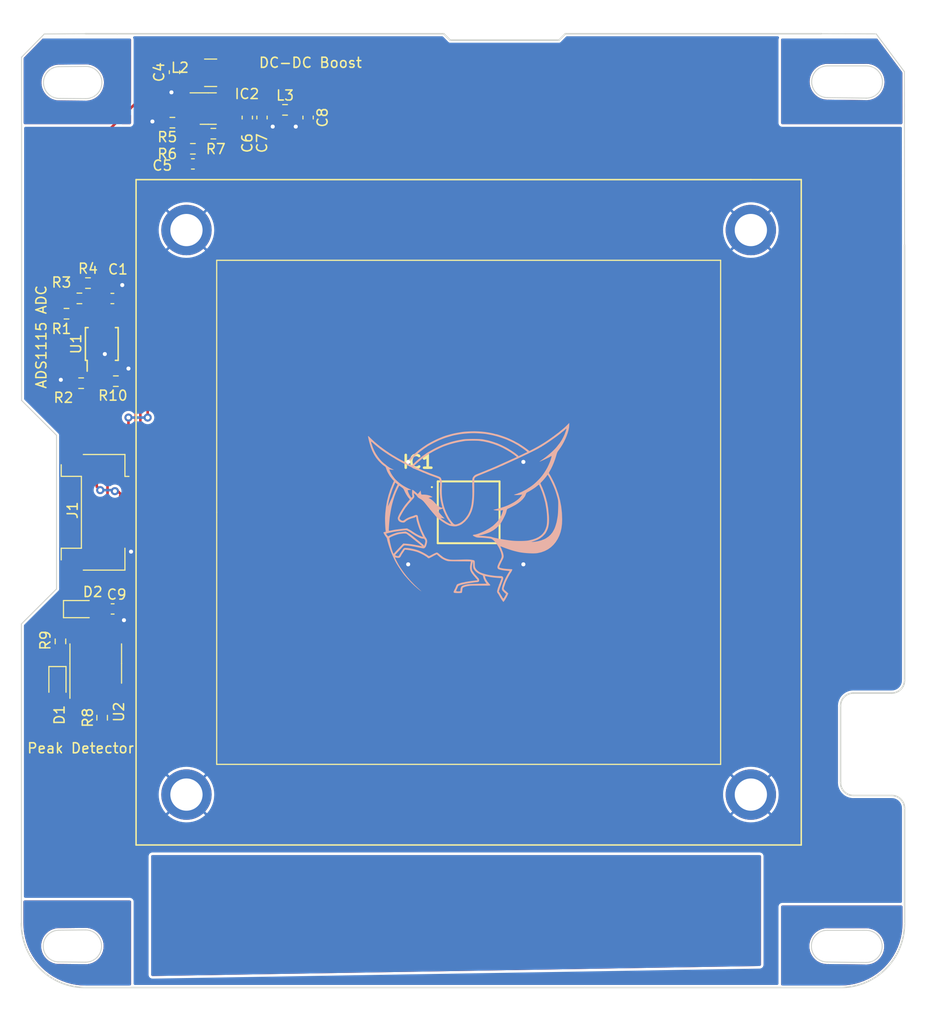
<source format=kicad_pcb>
(kicad_pcb (version 20211014) (generator pcbnew)
  (layers (0 "F.Cu" signal) (31 "B.Cu" signal) (34 "B.Paste" user) (35 "F.Paste" user) (36 "B.SilkS" user "B.Silkscreen") (37 "F.SilkS" user "F.Silkscreen") (38 "B.Mask" user) (39 "F.Mask" user) (44 "Edge.Cuts" user))
  (net 0 "")
  (net 1 "GND")
  (net 2 "VCC")
  (net 3 "Net-(J1-Pad2)")
  (net 4 "Net-(J1-Pad3)")
  (net 5 "Net-(J1-Pad4)")
  (net 6 "Net-(R2-Pad1)")
  (net 10 "/VOUT")
  (net 11 "Net-(C5-Pad2)")
  (net 12 "VBIAS")
  (net 13 "Net-(C9-Pad1)")
  (net 14 "Net-(D1-Pad1)")
  (net 15 "Net-(D1-Pad2)")
  (net 16 "Net-(IC1-PadC1)")
  (net 17 "Net-(L2-Pad2)")
  (net 18 "Net-(IC2-Pad4)")
  (net 19 "unconnected-(IC2-Pad6)")
  (net 20 "Net-(R10-Pad2)")
  (net 25 "unconnected-(R8-Pad2)")
  (footprint "Resistor_SMD:R_0603_1608Metric" (layer "F.Cu") (at 34.6065 55.348 180)
    (fp_text reference "R5" (at 0.508 -1.43) (layer "F.SilkS"))
    (fp_text value "10K")
    (pad "1" smd roundrect (at -0.825 0 180) (size 0.8 0.95) (layers "F.Cu" "F.Paste" "F.Mask") (net 11 "Net-(C5-Pad2)"))
    (pad "2" smd roundrect (at 0.825 0 180) (size 0.8 0.95) (layers "F.Cu" "F.Paste" "F.Mask") (net 1 "GND"))
  )
  (footprint "Package_SO:SOIC-8-1EP_3.9x4.9mm_P1.27mm_EP2.29x3mm" (layer "F.Cu") (at 27 109 90)
    (fp_text reference "U2" (at -4.8 2.3 90) (layer "F.SilkS"))
    (fp_text value "LM358")
    (pad "1" smd roundrect (at -2.475 -1.905 90) (size 1.95 0.6) (layers "F.Cu" "F.Paste" "F.Mask"))
    (pad "2" smd roundrect (at -2.475 -0.635 90) (size 1.95 0.6) (layers "F.Cu" "F.Paste" "F.Mask"))
    (pad "3" smd roundrect (at -2.475 0.635 90) (size 1.95 0.6) (layers "F.Cu" "F.Paste" "F.Mask"))
    (pad "4" smd roundrect (at -2.475 1.905 90) (size 1.95 0.6) (layers "F.Cu" "F.Paste" "F.Mask"))
    (pad "5" smd roundrect (at 2.475 1.905 90) (size 1.95 0.6) (layers "F.Cu" "F.Paste" "F.Mask") (net 13 "Net-(C9-Pad1)"))
    (pad "6" smd roundrect (at 2.475 0.635 90) (size 1.95 0.6) (layers "F.Cu" "F.Paste" "F.Mask") (net 20 "Net-(R10-Pad2)"))
    (pad "7" smd roundrect (at 2.475 -0.635 90) (size 1.95 0.6) (layers "F.Cu" "F.Paste" "F.Mask") (net 20 "Net-(R10-Pad2)"))
    (pad "8" smd roundrect (at 2.475 -1.905 90) (size 1.95 0.6) (layers "F.Cu" "F.Paste" "F.Mask"))
    (pad "9" smd rect (at 0 0 90) (size 2.29 3) (layers "F.Cu" "F.Mask"))
  )
  (footprint "Resistor_SMD:R_0603_1608Metric" (layer "F.Cu") (at 25.55 81.19 180)
    (fp_text reference "R2" (at 1.75 -1.44) (layer "F.SilkS"))
    (fp_text value "10K")
    (pad "1" smd roundrect (at -0.825 0 180) (size 0.8 0.95) (layers "F.Cu" "F.Paste" "F.Mask") (net 6 "Net-(R2-Pad1)"))
    (pad "2" smd roundrect (at 0.825 0 180) (size 0.8 0.95) (layers "F.Cu" "F.Paste" "F.Mask") (net 1 "GND"))
  )
  (footprint "Resistor_SMD:R_0603_1608Metric" (layer "F.Cu") (at 25.38 72.78)
    (fp_text reference "R3" (at -1.78 -1.58) (layer "F.SilkS"))
    (fp_text value "10K")
    (pad "1" smd roundrect (at -0.825 0) (size 0.8 0.95) (layers "F.Cu" "F.Paste" "F.Mask") (net 2 "VCC"))
    (pad "2" smd roundrect (at 0.825 0) (size 0.8 0.95) (layers "F.Cu" "F.Paste" "F.Mask") (net 4 "Net-(J1-Pad3)"))
  )
  (footprint "Capacitor_SMD:C_0603_1608Metric" (layer "F.Cu") (at 48.0685 54.84 -90)
    (fp_text reference "C8" (at 0 -1.43 90) (layer "F.SilkS"))
    (fp_text value "1uF")
    (pad "1" smd roundrect (at -0.775 0 270) (size 0.9 0.95) (layers "F.Cu" "F.Paste" "F.Mask") (net 12 "VBIAS"))
    (pad "2" smd roundrect (at 0.775 0 270) (size 0.9 0.95) (layers "F.Cu" "F.Paste" "F.Mask") (net 1 "GND"))
  )
  (footprint "Capacitor_SMD:C_0603_1608Metric" (layer "F.Cu") (at 42.0355 54.84 -90)
    (fp_text reference "C6" (at 2.527 0 90) (layer "F.SilkS"))
    (fp_text value "1uF")
    (pad "1" smd roundrect (at -0.775 0 270) (size 0.9 0.95) (layers "F.Cu" "F.Paste" "F.Mask") (net 10 "/VOUT"))
    (pad "2" smd roundrect (at 0.775 0 270) (size 0.9 0.95) (layers "F.Cu" "F.Paste" "F.Mask") (net 1 "GND"))
  )
  (footprint "Resistor_SMD:R_0603_1608Metric" (layer "F.Cu") (at 26.23 71.26)
    (fp_text reference "R4" (at 0 -1.43) (layer "F.SilkS"))
    (fp_text value "10K")
    (pad "1" smd roundrect (at -0.825 0) (size 0.8 0.95) (layers "F.Cu" "F.Paste" "F.Mask") (net 2 "VCC"))
    (pad "2" smd roundrect (at 0.825 0) (size 0.8 0.95) (layers "F.Cu" "F.Paste" "F.Mask") (net 5 "Net-(J1-Pad4)"))
  )
  (footprint "Resistor_SMD:R_0603_1608Metric" (layer "F.Cu") (at 38.6705 56.44)
    (fp_text reference "R7" (at 0.237258 1.524) (layer "F.SilkS"))
    (fp_text value "10K")
    (pad "1" smd roundrect (at -0.825 0) (size 0.8 0.95) (layers "F.Cu" "F.Paste" "F.Mask") (net 17 "Net-(L2-Pad2)"))
    (pad "2" smd roundrect (at 0.825 0) (size 0.8 0.95) (layers "F.Cu" "F.Paste" "F.Mask") (net 18 "Net-(IC2-Pad4)"))
  )
  (footprint "Connector_Molex:Molex_Pico-Lock_504050-0591_1x05-1MP_P1.50mm_Horizontal" (layer "F.Cu") (at 27 94 -90)
    (fp_text reference "J1" (at -0.2 2.3 90) (layer "F.SilkS"))
    (fp_text value "Conn_01x05_Female")
    (pad "1" smd roundrect (at -3 -2.795 270) (size 0.6 1) (layers "F.Cu" "F.Paste" "F.Mask") (net 2 "VCC"))
    (pad "2" smd roundrect (at -1.5 -2.795 270) (size 0.6 1) (layers "F.Cu" "F.Paste" "F.Mask") (net 3 "Net-(J1-Pad2)"))
    (pad "3" smd roundrect (at 0 -2.795 270) (size 0.6 1) (layers "F.Cu" "F.Paste" "F.Mask") (net 4 "Net-(J1-Pad3)"))
    (pad "4" smd roundrect (at 1.5 -2.795 270) (size 0.6 1) (layers "F.Cu" "F.Paste" "F.Mask") (net 5 "Net-(J1-Pad4)"))
    (pad "5" smd roundrect (at 3 -2.795 270) (size 0.6 1) (layers "F.Cu" "F.Paste" "F.Mask") (net 1 "GND"))
    (pad "MP" smd roundrect (at 5.605 2.395 270) (size 1.25 1.8) (layers "F.Cu" "F.Paste" "F.Mask") (roundrect_rratio 0.2))
    (pad "MP" smd roundrect (at -5.605 2.395 270) (size 1.25 1.8) (layers "F.Cu" "F.Paste" "F.Mask") (roundrect_rratio 0.2))
  )
  (footprint "" (layer "F.Cu") (at 36 122)
    (fp_text reference "" (at 0 0) (layer "F.SilkS") (effects (font (size 1.27 1.27))))
    (fp_text value "" (at 0 0) (layer "F.SilkS") (effects (font (size 1.27 1.27))))
    (pad "1" thru_hole circle locked (at 0 0) (size 5 5) (drill 3.2) (layers *.Cu *.Mask) (net 1 "GND"))
  )
  (footprint "Resistor_SMD:R_0603_1608Metric" (layer "F.Cu") (at 28.996 80.99 180)
    (fp_text reference "R10" (at 0.296 -1.43) (layer "F.SilkS"))
    (fp_text value "100k")
    (pad "1" smd roundrect (at -0.825 0 180) (size 0.8 0.95) (layers "F.Cu" "F.Paste" "F.Mask") (net 1 "GND"))
    (pad "2" smd roundrect (at 0.825 0 180) (size 0.8 0.95) (layers "F.Cu" "F.Paste" "F.Mask") (net 20 "Net-(R10-Pad2)"))
  )
  (footprint "Resistor_SMD:R_0603_1608Metric" (layer "F.Cu") (at 24.1 74.3 180)
    (fp_text reference "R1" (at 0.5 -1.5) (layer "F.SilkS"))
    (fp_text value "10K")
    (pad "1" smd roundrect (at -0.825 0 180) (size 0.8 0.95) (layers "F.Cu" "F.Paste" "F.Mask") (net 2 "VCC"))
    (pad "2" smd roundrect (at 0.825 0 180) (size 0.8 0.95) (layers "F.Cu" "F.Paste" "F.Mask") (net 3 "Net-(J1-Pad2)"))
  )
  (footprint "Resistor_SMD:R_0603_1608Metric" (layer "F.Cu") (at 27.635 114.375 90)
    (fp_text reference "R8" (at 0 -1.43 90) (layer "F.SilkS"))
    (fp_text value "10K")
    (pad "1" smd roundrect (at -0.825 0 90) (size 0.8 0.95) (layers "F.Cu" "F.Paste" "F.Mask") (net 16 "Net-(IC1-PadC1)"))
    (pad "2" smd roundrect (at 0.825 0 90) (size 0.8 0.95) (layers "F.Cu" "F.Paste" "F.Mask") (net 25 "unconnected-(R8-Pad2)"))
  )
  (footprint "Capacitor_SMD:C_0603_1608Metric" (layer "F.Cu") (at 43.4965 54.84 -90)
    (fp_text reference "C7" (at 2.54 0 90) (layer "F.SilkS"))
    (fp_text value "0.47pF")
    (pad "1" smd roundrect (at -0.775 0 270) (size 0.9 0.95) (layers "F.Cu" "F.Paste" "F.Mask") (net 10 "/VOUT"))
    (pad "2" smd roundrect (at 0.775 0 270) (size 0.9 0.95) (layers "F.Cu" "F.Paste" "F.Mask") (net 1 "GND"))
  )
  (footprint "Diode_SMD:D_SOD-323" (layer "F.Cu") (at 23.2 110.8 -90)
    (fp_text reference "D1" (at 3.3 -0.2 90) (layer "F.SilkS"))
    (fp_text value "DIODE")
    (pad "1" smd rect (at -1.05 0 270) (size 0.6 0.45) (layers "F.Cu" "F.Paste" "F.Mask") (net 14 "Net-(D1-Pad1)"))
    (pad "2" smd rect (at 1.05 0 270) (size 0.6 0.45) (layers "F.Cu" "F.Paste" "F.Mask") (net 15 "Net-(D1-Pad2)"))
  )
  (footprint "Capacitor_SMD:C_0603_1608Metric" (layer "F.Cu") (at 34.8105 50.34 -90)
    (fp_text reference "C4" (at 0 1.524 90) (layer "F.SilkS"))
    (fp_text value "1uF")
    (pad "1" smd roundrect (at -0.775 0 270) (size 0.9 0.95) (layers "F.Cu" "F.Paste" "F.Mask") (net 19 "unconnected-(IC2-Pad6)"))
    (pad "2" smd roundrect (at 0.775 0 270) (size 0.9 0.95) (layers "F.Cu" "F.Paste" "F.Mask") (net 1 "GND"))
  )
  (footprint "Capacitor_SMD:C_0603_1608Metric" (layer "F.Cu") (at 28.65 72.79)
    (fp_text reference "C1" (at 0.55 -2.89) (layer "F.SilkS"))
    (fp_text value "0.1")
    (pad "1" smd roundrect (at -0.775 0) (size 0.9 0.95) (layers "F.Cu" "F.Paste" "F.Mask") (net 2 "VCC"))
    (pad "2" smd roundrect (at 0.775 0) (size 0.9 0.95) (layers "F.Cu" "F.Paste" "F.Mask") (net 1 "GND"))
  )
  (footprint "Resistor_SMD:R_0603_1608Metric" (layer "F.Cu") (at 36.6385 57.94)
    (fp_text reference "R6" (at -2.54 0.508) (layer "F.SilkS"))
    (fp_text value "220K")
    (pad "1" smd roundrect (at -0.825 0) (size 0.8 0.95) (layers "F.Cu" "F.Paste" "F.Mask") (net 11 "Net-(C5-Pad2)"))
    (pad "2" smd roundrect (at 0.825 0) (size 0.8 0.95) (layers "F.Cu" "F.Paste" "F.Mask") (net 10 "/VOUT"))
  )
  (footprint "SiPM:MICROFJ60035TSVTR1" (layer "F.Cu") (at 64 94)
    (fp_text reference "IC1" (at -5 -5) (layer "F.SilkS") (effects (font (size 1.27 1.27) (thickness 0.254))))
    (fp_text value "MICROFJ-60035-TSV-TR1" hide)
    (pad "A1" smd circle (at -2.5 -2.5 90) (size 0.26 0.26) (layers "F.Cu" "F.Paste" "F.Mask") (net 12 "VBIAS"))
    (pad "A2" smd circle (at -1.5 -2.5 90) (size 0.26 0.26) (layers "F.Cu" "F.Paste" "F.Mask") (net 1 "GND"))
    (pad "A3" smd circle (at -0.5 -2.5 90) (size 0.26 0.26) (layers "F.Cu" "F.Paste" "F.Mask") (net 1 "GND"))
    (pad "A4" smd circle (at 0.5 -2.5 90) (size 0.26 0.26) (layers "F.Cu" "F.Paste" "F.Mask") (net 1 "GND"))
    (pad "A5" smd circle (at 1.5 -2.5 90) (size 0.26 0.26) (layers "F.Cu" "F.Paste" "F.Mask") (net 1 "GND"))
    (pad "A6" smd circle (at 2.5 -2.5 90) (size 0.26 0.26) (layers "F.Cu" "F.Paste" "F.Mask") (net 1 "GND"))
    (pad "B1" smd circle (at -2.5 -1.5 90) (size 0.26 0.26) (layers "F.Cu" "F.Paste" "F.Mask") (net 1 "GND"))
    (pad "B2" smd circle (at -1.5 -1.5 90) (size 0.26 0.26) (layers "F.Cu" "F.Paste" "F.Mask") (net 1 "GND"))
    (pad "B3" smd circle (at -0.5 -1.5 90) (size 0.26 0.26) (layers "F.Cu" "F.Paste" "F.Mask") (net 1 "GND"))
    (pad "B4" smd circle (at 0.5 -1.5 90) (size 0.26 0.26) (layers "F.Cu" "F.Paste" "F.Mask") (net 1 "GND"))
    (pad "B5" smd circle (at 1.5 -1.5 90) (size 0.26 0.26) (layers "F.Cu" "F.Paste" "F.Mask") (net 1 "GND"))
    (pad "B6" smd circle (at 2.5 -1.5 90) (size 0.26 0.26) (layers "F.Cu" "F.Paste" "F.Mask") (net 1 "GND"))
    (pad "C1" smd circle (at -2.5 -0.5 90) (size 0.26 0.26) (layers "F.Cu" "F.Paste" "F.Mask") (net 16 "Net-(IC1-PadC1)"))
    (pad "C2" smd circle (at -1.5 -0.5 90) (size 0.26 0.26) (layers "F.Cu" "F.Paste" "F.Mask") (net 1 "GND"))
    (pad "C3" smd circle (at -0.5 -0.5 90) (size 0.26 0.26) (layers "F.Cu" "F.Paste" "F.Mask") (net 1 "GND"))
    (pad "C4" smd circle (at 0.5 -0.5 90) (size 0.26 0.26) (layers "F.Cu" "F.Paste" "F.Mask") (net 1 "GND"))
    (pad "C5" smd circle (at 1.5 -0.5 90) (size 0.26 0.26) (layers "F.Cu" "F.Paste" "F.Mask") (net 1 "GND"))
    (pad "C6" smd circle (at 2.5 -0.5 90) (size 0.26 0.26) (layers "F.Cu" "F.Paste" "F.Mask"))
    (pad "D1" smd circle (at -2.5 0.5 90) (size 0.26 0.26) (layers "F.Cu" "F.Paste" "F.Mask") (net 16 "Net-(IC1-PadC1)"))
    (pad "D2" smd circle (at -1.5 0.5 90) (size 0.26 0.26) (layers "F.Cu" "F.Paste" "F.Mask") (net 1 "GND"))
    (pad "D3" smd circle (at -0.5 0.5 90) (size 0.26 0.26) (layers "F.Cu" "F.Paste" "F.Mask") (net 1 "GND"))
    (pad "D4" smd circle (at 0.5 0.5 90) (size 0.26 0.26) (layers "F.Cu" "F.Paste" "F.Mask") (net 1 "GND"))
    (pad "D5" smd circle (at 1.5 0.5 90) (size 0.26 0.26) (layers "F.Cu" "F.Paste" "F.Mask") (net 1 "GND"))
    (pad "D6" smd circle (at 2.5 0.5 90) (size 0.26 0.26) (layers "F.Cu" "F.Paste" "F.Mask"))
    (pad "E1" smd circle (at -2.5 1.5 90) (size 0.26 0.26) (layers "F.Cu" "F.Paste" "F.Mask") (net 1 "GND"))
    (pad "E2" smd circle (at -1.5 1.5 90) (size 0.26 0.26) (layers "F.Cu" "F.Paste" "F.Mask") (net 1 "GND"))
    (pad "E3" smd circle (at -0.5 1.5 90) (size 0.26 0.26) (layers "F.Cu" "F.Paste" "F.Mask") (net 1 "GND"))
    (pad "E4" smd circle (at 0.5 1.5 90) (size 0.26 0.26) (layers "F.Cu" "F.Paste" "F.Mask") (net 1 "GND"))
    (pad "E5" smd circle (at 1.5 1.5 90) (size 0.26 0.26) (layers "F.Cu" "F.Paste" "F.Mask") (net 1 "GND"))
    (pad "E6" smd circle (at 2.5 1.5 90) (size 0.26 0.26) (layers "F.Cu" "F.Paste" "F.Mask") (net 1 "GND"))
    (pad "F1" smd circle (at -2.5 2.5 90) (size 0.26 0.26) (layers "F.Cu" "F.Paste" "F.Mask") (net 1 "GND"))
    (pad "F2" smd circle (at -1.5 2.5 90) (size 0.26 0.26) (layers "F.Cu" "F.Paste" "F.Mask") (net 1 "GND"))
    (pad "F3" smd circle (at -0.5 2.5 90) (size 0.26 0.26) (layers "F.Cu" "F.Paste" "F.Mask") (net 1 "GND"))
    (pad "F4" smd circle (at 0.5 2.5 90) (size 0.26 0.26) (layers "F.Cu" "F.Paste" "F.Mask") (net 1 "GND"))
    (pad "F5" smd circle (at 1.5 2.5 90) (size 0.26 0.26) (layers "F.Cu" "F.Paste" "F.Mask") (net 1 "GND"))
    (pad "F6" smd circle (at 2.5 2.5 90) (size 0.26 0.26) (layers "F.Cu" "F.Paste" "F.Mask") (net 12 "VBIAS"))
  )
  (footprint "Resistor_SMD:R_0603_1608Metric" (layer "F.Cu") (at 23.5 106.8 90)
    (fp_text reference "R9" (at 0.1 -1.5 90) (layer "F.SilkS"))
    (fp_text value "10K")
    (pad "1" smd roundrect (at -0.825 0 90) (size 0.8 0.95) (layers "F.Cu" "F.Paste" "F.Mask") (net 14 "Net-(D1-Pad1)"))
    (pad "2" smd roundrect (at 0.825 0 90) (size 0.8 0.95) (layers "F.Cu" "F.Paste" "F.Mask") (net 20 "Net-(R10-Pad2)"))
  )
  (footprint "Diode_SMD:D_SOD-323" (layer "F.Cu") (at 25.3 103.6)
    (fp_text reference "D2" (at 1.4 -1.7) (layer "F.SilkS"))
    (fp_text value "DIODE")
    (pad "1" smd rect (at -1.05 0) (size 0.6 0.45) (layers "F.Cu" "F.Paste" "F.Mask") (net 15 "Net-(D1-Pad2)"))
    (pad "2" smd rect (at 1.05 0) (size 0.6 0.45) (layers "F.Cu" "F.Paste" "F.Mask") (net 13 "Net-(C9-Pad1)"))
  )
  (footprint "Package_TO_SOT_SMD:TSOT-23-6" (layer "F.Cu") (at 38.1625 53.95)
    (fp_text reference "IC2" (at 3.8375 -1.45) (layer "F.SilkS"))
    (fp_text value "LT3461AES6#TRMPBF")
    (pad "1" smd roundrect (at -1.1375 -0.95) (size 1.325 0.6) (layers "F.Cu" "F.Paste" "F.Mask") (net 17 "Net-(L2-Pad2)"))
    (pad "2" smd roundrect (at -1.1375 0) (size 1.325 0.6) (layers "F.Cu" "F.Paste" "F.Mask") (net 1 "GND"))
    (pad "3" smd roundrect (at -1.1375 0.95) (size 1.325 0.6) (layers "F.Cu" "F.Paste" "F.Mask") (net 11 "Net-(C5-Pad2)"))
    (pad "4" smd roundrect (at 1.1375 0.95) (size 1.325 0.6) (layers "F.Cu" "F.Paste" "F.Mask") (net 18 "Net-(IC2-Pad4)"))
    (pad "5" smd roundrect (at 1.1375 0) (size 1.325 0.6) (layers "F.Cu" "F.Paste" "F.Mask") (net 10 "/VOUT"))
    (pad "6" smd roundrect (at 1.1375 -0.95) (size 1.325 0.6) (layers "F.Cu" "F.Paste" "F.Mask") (net 19 "unconnected-(IC2-Pad6)"))
  )
  (footprint "Capacitor_SMD:C_0603_1608Metric" (layer "F.Cu") (at 28.675 103.585)
    (fp_text reference "C9" (at 0.4 -1.43) (layer "F.SilkS"))
    (fp_text value "22nF")
    (pad "1" smd roundrect (at -0.775 0) (size 0.9 0.95) (layers "F.Cu" "F.Paste" "F.Mask") (net 13 "Net-(C9-Pad1)"))
    (pad "2" smd roundrect (at 0.775 0) (size 0.9 0.95) (layers "F.Cu" "F.Paste" "F.Mask") (net 1 "GND"))
  )
  (footprint "" (layer "F.Cu") (at 92 66)
    (fp_text reference "" (at 0 0) (layer "F.SilkS") (effects (font (size 1.27 1.27))))
    (fp_text value "" (at 0 0) (layer "F.SilkS") (effects (font (size 1.27 1.27))))
    (pad "1" thru_hole circle locked (at 0 0) (size 5 5) (drill 3.2) (layers *.Cu *.Mask) (net 1 "GND"))
  )
  (footprint "" (layer "F.Cu") (at 92 122)
    (fp_text reference "" (at 0 0) (layer "F.SilkS") (effects (font (size 1.27 1.27))))
    (fp_text value "" (at 0 0) (layer "F.SilkS") (effects (font (size 1.27 1.27))))
    (pad "1" thru_hole circle locked (at 0 0) (size 5 5) (drill 3.2) (layers *.Cu *.Mask) (net 1 "GND"))
  )
  (footprint "Capacitor_SMD:C_0603_1608Metric" (layer "F.Cu") (at 36.6385 59.44 180)
    (fp_text reference "C5" (at 3.0385 -0.16) (layer "F.SilkS"))
    (fp_text value "50pF")
    (pad "1" smd roundrect (at -0.775 0 180) (size 0.9 0.95) (layers "F.Cu" "F.Paste" "F.Mask") (net 10 "/VOUT"))
    (pad "2" smd roundrect (at 0.775 0 180) (size 0.9 0.95) (layers "F.Cu" "F.Paste" "F.Mask") (net 11 "Net-(C5-Pad2)"))
  )
  (footprint "Package_SO:TSSOP-10_3x3mm_P0.5mm" (layer "F.Cu") (at 27.6 77.3 90)
    (fp_text reference "U1" (at 0 -2.55 90) (layer "F.SilkS"))
    (fp_text value "ADS1115IDGS")
    (pad "1" smd rect (at -2.15 -1 90) (size 1.1 0.25) (layers "F.Cu" "F.Paste" "F.Mask") (net 6 "Net-(R2-Pad1)"))
    (pad "2" smd rect (at -2.15 -0.5 90) (size 1.1 0.25) (layers "F.Cu" "F.Paste" "F.Mask") (net 3 "Net-(J1-Pad2)"))
    (pad "3" smd rect (at -2.15 0 90) (size 1.1 0.25) (layers "F.Cu" "F.Paste" "F.Mask") (net 1 "GND"))
    (pad "4" smd rect (at -2.15 0.5 90) (size 1.1 0.25) (layers "F.Cu" "F.Paste" "F.Mask") (net 20 "Net-(R10-Pad2)"))
    (pad "5" smd rect (at -2.15 1 90) (size 1.1 0.25) (layers "F.Cu" "F.Paste" "F.Mask"))
    (pad "6" smd rect (at 2.15 1 90) (size 1.1 0.25) (layers "F.Cu" "F.Paste" "F.Mask"))
    (pad "7" smd rect (at 2.15 0.5 90) (size 1.1 0.25) (layers "F.Cu" "F.Paste" "F.Mask"))
    (pad "8" smd rect (at 2.15 0 90) (size 1.1 0.25) (layers "F.Cu" "F.Paste" "F.Mask") (net 2 "VCC"))
    (pad "9" smd rect (at 2.15 -0.5 90) (size 1.1 0.25) (layers "F.Cu" "F.Paste" "F.Mask") (net 5 "Net-(J1-Pad4)"))
    (pad "10" smd rect (at 2.15 -1 90) (size 1.1 0.25) (layers "F.Cu" "F.Paste" "F.Mask") (net 4 "Net-(J1-Pad3)"))
  )
  (footprint "Inductor_SMD:L_1210_3225Metric" (layer "F.Cu") (at 38.4 50.4 180)
    (fp_text reference "L2" (at 3.048 0.508) (layer "F.SilkS"))
    (fp_text value "18uH")
    (pad "1" smd roundrect (at -1.4 0 180) (size 1.25 2.65) (layers "F.Cu" "F.Paste" "F.Mask") (roundrect_rratio 0.2) (net 19 "unconnected-(IC2-Pad6)"))
    (pad "2" smd roundrect (at 1.4 0 180) (size 1.25 2.65) (layers "F.Cu" "F.Paste" "F.Mask") (roundrect_rratio 0.2) (net 17 "Net-(L2-Pad2)"))
  )
  (footprint "Resistor_SMD:R_0603_1608Metric" (layer "F.Cu") (at 45.7825 54.078)
    (fp_text reference "L3" (at 0 -1.43) (layer "F.SilkS"))
    (fp_text value "2.5k Ferrite")
    (pad "1" smd roundrect (at -0.825 0) (size 0.8 0.95) (layers "F.Cu" "F.Paste" "F.Mask") (net 10 "/VOUT"))
    (pad "2" smd roundrect (at 0.825 0) (size 0.8 0.95) (layers "F.Cu" "F.Paste" "F.Mask") (net 12 "VBIAS"))
  )
  (footprint "" (layer "F.Cu") (at 36 66)
    (fp_text reference "" (at 0 0) (layer "F.SilkS") (effects (font (size 1.27 1.27))))
    (fp_text value "" (at 0 0) (layer "F.SilkS") (effects (font (size 1.27 1.27))))
    (pad "1" thru_hole circle locked (at 0 0) (size 5 5) (drill 3.2) (layers *.Cu *.Mask) (net 1 "GND"))
  )
  (footprint "LOGO" (layer "B.Cu") (at 64 94 180)
    (fp_text reference "G***" hide)
    (fp_text value "LOGO" hide)
  )
  (gr_line (start 31 61) (end 92 61) (layer "F.SilkS") (width 0.15))
  (gr_line (start 97 61) (end 97 127) (layer "F.SilkS") (width 0.15))
  (gr_line (start 92 61) (end 97 61) (layer "F.SilkS") (width 0.15))
  (gr_line (start 31 127) (end 31 61) (layer "F.SilkS") (width 0.15))
  (gr_line (start 97 127) (end 31 127) (layer "F.SilkS") (width 0.15))
  (gr_arc locked (start 107.25 110.66) (mid 106.878026 111.558026) (end 105.98 111.93) (layer "Edge.Cuts") (width 0.15))
  (gr_line locked (start 25.97 141.14) (end 75.5 141.14) (layer "Edge.Cuts") (width 0.15))
  (gr_line locked (start 100.9 120.82) (end 100.9 113.2) (layer "Edge.Cuts") (width 0.15))
  (gr_line locked (start 107.25 134.79) (end 107.25 123.36) (layer "Edge.Cuts") (width 0.15))
  (gr_line locked (start 72.96 47.16) (end 62.165 47.16) (layer "Edge.Cuts") (width 0.15))
  (gr_line locked (start 23.259802 52.939991) (end 26.01 52.965) (layer "Edge.Cuts") (width 0.1))
  (gr_line locked (start 100.9 141.14) (end 75.5 141.14) (layer "Edge.Cuts") (width 0.15))
  (gr_line locked (start 72.96 47.16) (end 73.595 46.525) (layer "Edge.Cuts") (width 0.15))
  (gr_line locked (start 102.17 111.93) (end 105.98 111.93) (layer "Edge.Cuts") (width 0.15))
  (gr_line locked (start 104.435 46.54) (end 107.235 50.29) (layer "Edge.Cuts") (width 0.1))
  (gr_line (start 23.11 86.36) (end 23.11 101.6) (layer "Edge.Cuts") (width 0.1))
  (gr_line locked (start 61.53 46.525) (end 29.145 46.525) (layer "Edge.Cuts") (width 0.15))
  (gr_line locked (start 21.898436 46.550523) (end 25.97 46.525) (layer "Edge.Cuts") (width 0.1))
  (gr_line locked (start 107.25 67.48) (end 107.235 50.29) (layer "Edge.Cuts") (width 0.1))
  (gr_line locked (start 98.995 46.525) (end 104.435 46.54) (layer "Edge.Cuts") (width 0.1))
  (gr_arc locked (start 25.97 141.14) (mid 21.479872 139.280128) (end 19.62 134.79) (layer "Edge.Cuts") (width 0.15))
  (gr_arc locked (start 26.01 49.765) (mid 27.61 51.365) (end 26.01 52.965) (layer "Edge.Cuts") (width 0.1))
  (gr_arc locked (start 107.25 134.79) (mid 105.390128 139.280128) (end 100.9 141.14) (layer "Edge.Cuts") (width 0.15))
  (gr_arc locked (start 99.61 52.865) (mid 98.035198 51.265009) (end 99.659975 49.715793) (layer "Edge.Cuts") (width 0.1))
  (gr_line locked (start 23.309777 49.790784) (end 26.01 49.765) (layer "Edge.Cuts") (width 0.1))
  (gr_line locked (start 103.46 49.715) (end 99.659975 49.715793) (layer "Edge.Cuts") (width 0.1))
  (gr_line (start 19.62 105.08) (end 23.11 101.6) (layer "Edge.Cuts") (width 0.1))
  (gr_line locked (start 99.61 52.865) (end 103.46 52.915) (layer "Edge.Cuts") (width 0.1))
  (gr_line locked (start 107.25 110.66) (end 107.25 67.48) (layer "Edge.Cuts") (width 0.15))
  (gr_line locked (start 19.62 105.08) (end 19.62 117.9) (layer "Edge.Cuts") (width 0.1))
  (gr_line (start 21.898436 46.550523) (end 19.64 48.85) (layer "Edge.Cuts") (width 0.1))
  (gr_line locked (start 25.97 46.525) (end 29.145 46.525) (layer "Edge.Cuts") (width 0.15))
  (gr_line locked (start 73.595 46.525) (end 98.995 46.525) (layer "Edge.Cuts") (width 0.15))
  (gr_arc locked (start 100.9 113.2) (mid 101.271974 112.301974) (end 102.17 111.93) (layer "Edge.Cuts") (width 0.15))
  (gr_line locked (start 62.165 47.16) (end 61.53 46.525) (layer "Edge.Cuts") (width 0.15))
  (gr_line (start 19.64 82.9) (end 23.11 86.36) (layer "Edge.Cuts") (width 0.1))
  (gr_line (start 23.23 138.6) (end 25.980198 138.625009) (layer "Edge.Cuts") (width 0.1))
  (gr_arc locked (start 23.259802 52.939991) (mid 21.815617 51.342073) (end 23.309777 49.790784) (layer "Edge.Cuts") (width 0.1))
  (gr_line (start 23.279975 135.450793) (end 25.980198 135.425009) (layer "Edge.Cuts") (width 0.1))
  (gr_arc (start 25.980198 135.425009) (mid 27.580198 137.025009) (end 25.980198 138.625009) (layer "Edge.Cuts") (width 0.1))
  (gr_line locked (start 19.62 134.79) (end 19.62 117.9) (layer "Edge.Cuts") (width 0.1))
  (gr_arc locked (start 105.98 122.09) (mid 106.878026 122.461974) (end 107.25 123.36) (layer "Edge.Cuts") (width 0.15))
  (gr_arc locked (start 103.46 49.715) (mid 105.06 51.315) (end 103.46 52.915) (layer "Edge.Cuts") (width 0.1))
  (gr_line (start 103.430013 135.459604) (end 99.629988 135.460397) (layer "Edge.Cuts") (width 0.1))
  (gr_line locked (start 105.98 122.09) (end 102.17 122.09) (layer "Edge.Cuts") (width 0.15))
  (gr_arc (start 99.580013 138.609604) (mid 98.005211 137.009613) (end 99.629988 135.460397) (layer "Edge.Cuts") (width 0.1))
  (gr_arc (start 103.430013 135.459604) (mid 105.030013 137.059604) (end 103.430013 138.659604) (layer "Edge.Cuts") (width 0.1))
  (gr_line (start 99.580013 138.609604) (end 103.430013 138.659604) (layer "Edge.Cuts") (width 0.1))
  (gr_arc (start 23.23 138.6) (mid 21.785815 137.002082) (end 23.279975 135.450793) (layer "Edge.Cuts") (width 0.1))
  (gr_arc locked (start 102.17 122.09) (mid 101.271974 121.718026) (end 100.9 120.82) (layer "Edge.Cuts") (width 0.15))
  (gr_line (start 19.64 48.85) (end 19.64 82.9) (layer "Edge.Cuts") (width 0.1))
  (gr_text "DC-DC Boost" (at 48.3 49.4) (layer "F.SilkS") (effects (font (size 1 1))))
  (gr_text "Peak Detector" (at 25.5 117.4) (layer "F.SilkS") (effects (font (size 1 1))))
  (gr_text "ADS1115 ADC\n" (at 21.6 76.6 90) (layer "F.SilkS") (effects (font (size 1 1))))
  (segment (start 35.1795 53.95) (end 33.7815 55.348) (width 0.254) (layer "F.Cu") (net 1))
  (segment (start 29.425 71.665) (end 29.632 71.458) (width 0.254) (layer "F.Cu") (net 1))
  (segment (start 29.821 80.165) (end 30.246 79.74) (width 0.254) (layer "F.Cu") (net 1))
  (segment (start 29.45 104.35) (end 29.8 104.7) (width 0.254) (layer "F.Cu") (net 1))
  (segment (start 27.6 78.6) (end 27.9 78.3) (width 0.254) (layer "F.Cu") (net 1))
  (segment (start 29.425 72.79) (end 29.425 71.665) (width 0.254) (layer "F.Cu") (net 1))
  (segment (start 44.43702 55.615) (end 44.560224 55.738204) (width 0.254) (layer "F.Cu") (net 1))
  (segment (start 24.725 81.19) (end 23.87 81.19) (width 0.254) (layer "F.Cu") (net 1))
  (segment (start 23.87 81.19) (end 23.536 80.856) (width 0.254) (layer "F.Cu") (net 1))
  (segment (start 43.4965 55.615) (end 44.43702 55.615) (width 0.254) (layer "F.Cu") (net 1))
  (segment (start 34.8105 51.115) (end 34.8105 52.04) (width 0.254) (layer "F.Cu") (net 1))
  (segment (start 27.6 79.45) (end 27.6 78.6) (width 0.254) (layer "F.Cu") (net 1))
  (segment (start 46.969428 55.615) (end 46.846224 55.738204) (width 0.254) (layer "F.Cu") (net 1))
  (segment (start 29.795 97.195) (end 30.5 97.9) (width 0.254) (layer "F.Cu") (net 1))
  (segment (start 34.8105 52.04) (end 34.5105 52.34) (width 0.254) (layer "F.Cu") (net 1))
  (segment (start 48.0685 55.615) (end 46.969428 55.615) (width 0.254) (layer "F.Cu") (net 1))
  (segment (start 33.7815 55.348) (end 32.74002 55.348) (width 0.254) (layer "F.Cu") (net 1))
  (segment (start 32.74002 55.348) (end 32.622224 55.230204) (width 0.254) (layer "F.Cu") (net 1))
  (segment (start 29.45 103.585) (end 29.45 104.35) (width 0.254) (layer "F.Cu") (net 1))
  (segment (start 29.795 97) (end 29.795 97.195) (width 0.254) (layer "F.Cu") (net 1))
  (segment (start 37.025 53.95) (end 35.1795 53.95) (width 0.254) (layer "F.Cu") (net 1))
  (segment (start 29.821 80.99) (end 29.821 80.165) (width 0.254) (layer "F.Cu") (net 1))
  (via (at 44.560224 55.738204) (size 0.8) (drill 0.4) (layers "F.Cu" "B.Cu") (net 1))
  (via (at 58 99.16) (size 0.8) (drill 0.4) (layers "F.Cu" "B.Cu") (net 1))
  (via (at 29.632 71.458) (size 0.8) (drill 0.4) (layers "F.Cu" "B.Cu") (net 1))
  (via (at 27.9 78.3) (size 0.8) (drill 0.4) (layers "F.Cu" "B.Cu") (net 1))
  (via (at 30.246 79.74) (size 0.8) (drill 0.4) (layers "F.Cu" "B.Cu") (net 1))
  (via (at 23.536 80.856) (size 0.8) (drill 0.4) (layers "F.Cu" "B.Cu") (net 1))
  (via (at 34.5105 52.34) (size 0.8) (drill 0.4) (layers "F.Cu" "B.Cu") (net 1))
  (via (at 29.8 104.7) (size 0.8) (drill 0.4) (layers "F.Cu" "B.Cu") (net 1))
  (via (at 69.43 99.16) (size 0.8) (drill 0.4) (layers "F.Cu" "B.Cu") (net 1))
  (via (at 46.846224 55.738204) (size 0.8) (drill 0.4) (layers "F.Cu" "B.Cu") (net 1))
  (via (at 58 89) (size 0.8) (drill 0.4) (layers "F.Cu" "B.Cu") (net 1))
  (via (at 69.43 89) (size 0.8) (drill 0.4) (layers "F.Cu" "B.Cu") (net 1))
  (via (at 32.622224 55.230204) (size 0.8) (drill 0.4) (layers "F.Cu" "B.Cu") (net 1))
  (via (at 30.5 97.9) (size 0.8) (drill 0.4) (layers "F.Cu" "B.Cu") (net 1))
  (segment (start 25.405 71.195) (end 27.875 68.725) (width 0.254) (layer "F.Cu") (net 2))
  (segment (start 27.875 72.79) (end 27.875 68.725) (width 0.254) (layer "F.Cu") (net 2))
  (segment (start 24.925 73.15) (end 24.555 72.78) (width 0.254) (layer "F.Cu") (net 2))
  (segment (start 32.152531 84.6) (end 32.152531 79.269783) (width 0.254) (layer "F.Cu") (net 2))
  (segment (start 27.6 76.125223) (end 27.6 75.15) (width 0.254) (layer "F.Cu") (net 2))
  (segment (start 27.875 73.675) (end 27.875 72.79) (width 0.25) (layer "F.Cu") (net 2))
  (segment (start 32.152531 79.269783) (end 29.478584 76.595836) (width 0.254) (layer "F.Cu") (net 2))
  (segment (start 27.6 75.15) (end 27.6 73.95) (width 0.25) (layer "F.Cu") (net 2))
  (segment (start 29.8 91) (end 30.246011 90.553989) (width 0.254) (layer "F.Cu") (net 2))
  (segment (start 25.405 71.26) (end 24.555 72.11) (width 0.254) (layer "F.Cu") (net 2))
  (segment (start 27.875 56.5005) (end 34.8105 49.565) (width 0.254) (layer "F.Cu") (net 2))
  (segment (start 24.555 72.11) (end 24.555 72.78) (width 0.254) (layer "F.Cu") (net 2))
  (segment (start 30.246011 90.553989) (end 30.246011 84.6) (width 0.254) (layer "F.Cu") (net 2))
  (segment (start 27.6 73.95) (end 27.875 73.675) (width 0.25) (layer "F.Cu") (net 2))
  (segment (start 28.070613 76.595836) (end 27.6 76.125223) (width 0.254) (layer "F.Cu") (net 2))
  (segment (start 27.875 68.725) (end 27.875 56.5005) (width 0.254) (layer "F.Cu") (net 2))
  (segment (start 29.478584 76.595836) (end 28.070613 76.595836) (width 0.254) (layer "F.Cu") (net 2))
  (segment (start 24.925 74.3) (end 24.925 73.15) (width 0.254) (layer "F.Cu") (net 2))
  (via (at 32.152531 84.6) (size 0.8) (drill 0.4) (layers "F.Cu" "B.Cu") (net 2))
  (via (at 30.246011 84.6) (size 0.8) (drill 0.4) (layers "F.Cu" "B.Cu") (net 2))
  (segment (start 30.246011 84.6) (end 32.152531 84.6) (width 0.254) (layer "B.Cu") (net 2))
  (segment (start 27.10152 79.45152) (end 27.10152 91.45702) (width 0.254) (layer "F.Cu") (net 3))
  (segment (start 27.10152 91.45702) (end 27.4445 91.8) (width 0.254) (layer "F.Cu") (net 3))
  (segment (start 27.1 78.125) (end 27.1 79.45) (width 0.254) (layer "F.Cu") (net 3))
  (segment (start 23.275 74.3) (end 27.1 78.125) (width 0.254) (layer "F.Cu") (net 3))
  (segment (start 27.1 79.45) (end 27.10152 79.45152) (width 0.254) (layer "F.Cu") (net 3))
  (segment (start 28.8975 91.9) (end 29.195 91.9) (width 0.254) (layer "F.Cu") (net 3))
  (segment (start 29.195 91.9) (end 29.795 92.5) (width 0.254) (layer "F.Cu") (net 3))
  (via (at 28.8975 91.9) (size 0.8) (drill 0.4) (layers "F.Cu" "B.Cu") (net 3))
  (via (at 27.4445 91.8) (size 0.8) (drill 0.4) (layers "F.Cu" "B.Cu") (net 3))
  (segment (start 27.4445 91.8) (end 28.7975 91.8) (width 0.254) (layer "B.Cu") (net 3))
  (segment (start 28.7975 91.8) (end 28.8975 91.9) (width 0.254) (layer "B.Cu") (net 3))
  (segment (start 29.795 94) (end 30.972511 92.822489) (width 0.254) (layer "F.Cu") (net 4))
  (segment (start 26.6 76.574421) (end 26.6 75.15) (width 0.254) (layer "F.Cu") (net 4))
  (segment (start 30.972511 79.372511) (end 29.173489 77.573489) (width 0.254) (layer "F.Cu") (net 4))
  (segment (start 30.972511 92.822489) (end 30.972511 79.372511) (width 0.254) (layer "F.Cu") (net 4))
  (segment (start 27.599068 77.573489) (end 26.6 76.574421) (width 0.254) (layer "F.Cu") (net 4))
  (segment (start 26.205 72.78) (end 26.205 73.915) (width 0.25) (layer "F.Cu") (net 4))
  (segment (start 26.6 74.31) (end 26.6 75.15) (width 0.25) (layer "F.Cu") (net 4))
  (segment (start 29.173489 77.573489) (end 27.599068 77.573489) (width 0.254) (layer "F.Cu") (net 4))
  (segment (start 26.205 73.915) (end 26.6 74.31) (width 0.25) (layer "F.Cu") (net 4))
  (segment (start 27.786922 77.119969) (end 27.1 76.433047) (width 0.254) (layer "F.Cu") (net 5))
  (segment (start 27.1 75.15) (end 27.1 71.305) (width 0.25) (layer "F.Cu") (net 5))
  (segment (start 27.1 76.433047) (end 27.1 75.15) (width 0.254) (layer "F.Cu") (net 5))
  (segment (start 31.426031 93.868969) (end 31.426031 79.184657) (width 0.254) (layer "F.Cu") (net 5))
  (segment (start 29.341374 77.1) (end 29.321405 77.119969) (width 0.254) (layer "F.Cu") (net 5))
  (segment (start 29.795 95.5) (end 31.426031 93.868969) (width 0.254) (layer "F.Cu") (net 5))
  (segment (start 29.321405 77.119969) (end 27.786922 77.119969) (width 0.254) (layer "F.Cu") (net 5))
  (segment (start 31.426031 79.184657) (end 29.341374 77.1) (width 0.254) (layer "F.Cu") (net 5))
  (segment (start 26.6 79.45) (end 26.6 80.965) (width 0.25) (layer "F.Cu") (net 6))
  (segment (start 43.4965 54.065) (end 44.9445 54.065) (width 0.25) (layer "F.Cu") (net 10))
  (segment (start 42.0355 54.065) (end 43.4965 54.065) (width 0.25) (layer "F.Cu") (net 10))
  (segment (start 35.8795 54.9) (end 35.4315 55.348) (width 0.254) (layer "F.Cu") (net 11))
  (segment (start 37.025 54.9) (end 35.8795 54.9) (width 0.254) (layer "F.Cu") (net 11))
  (segment (start 37.025 54.9) (end 37.025 55.399428) (width 0.254) (layer "F.Cu") (net 11))
  (segment (start 37.025 55.399428) (end 35.8135 56.610928) (width 0.254) (layer "F.Cu") (net 11))
  (segment (start 35.8135 56.610928) (end 35.8135 57.888) (width 0.254) (layer "F.Cu") (net 11))
  (segment (start 41.1 70.1) (end 35.894463 70.1) (width 0.25) (layer "F.Cu") (net 12))
  (segment (start 67 88) (end 62.5 88) (width 0.254) (layer "F.Cu") (net 12))
  (segment (start 48.86802 54.86452) (end 48.86802 62.33198) (width 0.25) (layer "F.Cu") (net 12))
  (segment (start 37.1 87) (end 61.5 87) (width 0.25) (layer "F.Cu") (net 12))
  (segment (start 48.86802 62.33198) (end 41.1 70.1) (width 0.25) (layer "F.Cu") (net 12))
  (segment (start 34.6 84.5) (end 37.1 87) (width 0.25) (layer "F.Cu") (net 12))
  (segment (start 62.5 88) (end 61.5 87) (width 0.254) (layer "F.Cu") (net 12))
  (segment (start 48.0685 54.065) (end 48.86802 54.86452) (width 0.25) (layer "F.Cu") (net 12))
  (segment (start 68.5 89.5) (end 67 88) (width 0.254) (layer "F.Cu") (net 12))
  (segment (start 61.5 87) (end 61.5 91.5) (width 0.254) (layer "F.Cu") (net 12))
  (segment (start 34.6 71.394463) (end 34.6 84.5) (width 0.25) (layer "F.Cu") (net 12))
  (segment (start 46.6075 54.078) (end 48.0555 54.078) (width 0.25) (layer "F.Cu") (net 12))
  (segment (start 67.5 96.5) (end 68.5 95.5) (width 0.254) (layer "F.Cu") (net 12))
  (segment (start 35.894463 70.1) (end 34.6 71.394463) (width 0.25) (layer "F.Cu") (net 12))
  (segment (start 66.5 96.5) (end 67.5 96.5) (width 0.254) (layer "F.Cu") (net 12))
  (segment (start 68.5 95.5) (end 68.5 89.5) (width 0.254) (layer "F.Cu") (net 12))
  (segment (start 28.905 106.525) (end 28.905 104.59) (width 0.254) (layer "F.Cu") (net 13))
  (segment (start 27.9 103.585) (end 26.365 103.585) (width 0.254) (layer "F.Cu") (net 13))
  (segment (start 28.905 104.59) (end 27.9 103.585) (width 0.254) (layer "F.Cu") (net 13))
  (segment (start 25.5 113) (end 26.365 112.135) (width 0.254) (layer "F.Cu") (net 14))
  (segment (start 22.5 112.5) (end 23 113) (width 0.254) (layer "F.Cu") (net 14))
  (segment (start 23 113) (end 25.5 113) (width 0.254) (layer "F.Cu") (net 14))
  (segment (start 23.5 109.45) (end 23.2 109.75) (width 0.254) (layer "F.Cu") (net 14))
  (segment (start 22.5 110.45) (end 22.5 112.5) (width 0.254) (layer "F.Cu") (net 14))
  (segment (start 23.5 107.625) (end 23.5 109.45) (width 0.254) (layer "F.Cu") (net 14))
  (segment (start 23.2 109.75) (end 22.5 110.45) (width 0.254) (layer "F.Cu") (net 14))
  (segment (start 23.006909 106.70152) (end 22.69848 106.393091) (width 0.254) (layer "F.Cu") (net 15))
  (segment (start 24.10152 106.70152) (end 23.006909 106.70152) (width 0.254) (layer "F.Cu") (net 15))
  (segment (start 23.5 103.6) (end 24.25 103.6) (width 0.254) (layer "F.Cu") (net 15))
  (segment (start 22.7 104.4) (end 23.5 103.6) (width 0.254) (layer "F.Cu") (net 15))
  (segment (start 24.72 111.85) (end 25.095 111.475) (width 0.254) (layer "F.Cu") (net 15))
  (segment (start 24.46848 108.56848) (end 24.46848 107.06848) (width 0.254) (layer "F.Cu") (net 15))
  (segment (start 22.7 105.555389) (end 22.7 104.4) (width 0.254) (layer "F.Cu") (net 15))
  (segment (start 22.69848 105.556909) (end 22.7 105.555389) (width 0.254) (layer "F.Cu") (net 15))
  (segment (start 25.095 111.475) (end 25.095 109.195) (width 0.254) (layer "F.Cu") (net 15))
  (segment (start 22.69848 106.393091) (end 22.69848 105.556909) (width 0.254) (layer "F.Cu") (net 15))
  (segment (start 24.46848 107.06848) (end 24.10152 106.70152) (width 0.254) (layer "F.Cu") (net 15))
  (segment (start 25.095 109.195) (end 24.46848 108.56848) (width 0.254) (layer "F.Cu") (net 15))
  (segment (start 23.2 111.85) (end 24.72 111.85) (width 0.254) (layer "F.Cu") (net 15))
  (segment (start 61.5 94.5) (end 50.8 94.5) (width 0.254) (layer "F.Cu") (net 16))
  (segment (start 61.5 94.5) (end 61.5 93.5) (width 0.254) (layer "F.Cu") (net 16))
  (segment (start 50.8 94.5) (end 30.1 115.2) (width 0.254) (layer "F.Cu") (net 16))
  (segment (start 27.635 115.2) (end 30.1 115.2) (width 0.254) (layer "F.Cu") (net 16))
  (segment (start 38.01202 53.904408) (end 38.916428 53) (width 0.25) (layer "F.Cu") (net 17))
  (segment (start 38.01202 56.19748) (end 38.01202 53.904408) (width 0.25) (layer "F.Cu") (net 17))
  (segment (start 39.3 54.9) (end 39.3 56.1685) (width 0.25) (layer "F.Cu") (net 18))
  (segment (start 37.8 48.4) (end 35.9755 48.4) (width 0.25) (layer "F.Cu") (net 19))
  (segment (start 39.8 50.4) (end 37.8 48.4) (width 0.25) (layer "F.Cu") (net 19))
  (segment (start 35.9755 48.4) (end 35.130112 49.245388) (width 0.25) (layer "F.Cu") (net 19))
  (segment (start 26.365 106.525) (end 27.635 106.525) (width 0.254) (layer "F.Cu") (net 20))
  (segment (start 28.171 98.829) (end 28.171 80.99) (width 0.254) (layer "F.Cu") (net 20))
  (segment (start 25.9 105) (end 25.2 104.3) (width 0.254) (layer "F.Cu") (net 20))
  (segment (start 24.475 105) (end 25.9 105) (width 0.254) (layer "F.Cu") (net 20))
  (segment (start 25.2 101.8) (end 28.171 98.829) (width 0.254) (layer "F.Cu") (net 20))
  (segment (start 23.5 105.975) (end 24.475 105) (width 0.254) (layer "F.Cu") (net 20))
  (segment (start 28.1 79.45) (end 28.1 80.919) (width 0.254) (layer "F.Cu") (net 20))
  (segment (start 25.2 104.3) (end 25.2 101.8) (width 0.254) (layer "F.Cu") (net 20))
  (segment (start 26.365 105.465) (end 26.365 106.525) (width 0.254) (layer "F.Cu") (net 20))
  (segment (start 25.9 105) (end 26.365 105.465) (width 0.254) (layer "F.Cu") (net 20))
  (segment (start 27.635 111.475) (end 27.635 113.55) (width 0.254) (layer "F.Cu") (net 25))
  (zone (net 1) (net_name "GND") (layer "F.Cu") (connect_pads (clearance 0.254)) (min_thickness 0.254) (fill yes (thermal_gap 0.254) (thermal_bridge_width 0.254))
    (polygon (pts (xy 41.458224 55.230204) (xy 48.878224 55.230204) (xy 48.878224 57.008204) (xy 41.458224 57.008204)))
  )
  (zone (net 10) (net_name "/VOUT") (layer "F.Cu") (connect_pads (clearance 0.254)) (min_thickness 0.254) (fill yes (thermal_gap 0.254) (thermal_bridge_width 0.254))
    (polygon (pts (xy 42.7345 54.84) (xy 40.9105 54.84) (xy 40.9105 60.5) (xy 36.9385 60.428) (xy 36.9385 56.002) (xy 38.4625 56.002) (xy 38.4625 53.616) (xy 42.7345 53.616)))
  )
  (zone (net 0) (net_name "") (layers F&B.Cu) (name "Bare Copper") (priority 1) (connect_pads (clearance 0.2)) (min_thickness 0.254) (fill yes (thermal_gap 0.508) (thermal_bridge_width 0.508))
    (polygon (pts (xy 93 139) (xy 32.5 140) (xy 32.5 128) (xy 93 128)))
  )
  (zone (net 0) (net_name "") (layers F&B.Cu) (name "Bare Copper") (priority 1) (connect_pads (clearance 0.2)) (min_thickness 0.254) (fill yes (thermal_gap 0.508) (thermal_bridge_width 0.508))
    (polygon (pts (xy 108 141.5) (xy 95 141.5) (xy 95 133) (xy 108 133)))
  )
  (zone (net 0) (net_name "") (layers F&B.Cu) (name "Bare Copper") (priority 1) (connect_pads (clearance 0.2)) (min_thickness 0.254) (fill yes (thermal_gap 0.508) (thermal_bridge_width 0.508))
    (polygon (pts (xy 30.5 55.5) (xy 17.5 55.5) (xy 17.5 47) (xy 30.5 47)))
  )
  (zone (net 0) (net_name "") (layers F&B.Cu) (name "Bare Copper") (priority 1) (connect_pads (clearance 0.2)) (min_thickness 0.254) (fill yes (thermal_gap 0.508) (thermal_bridge_width 0.508))
    (polygon (pts (xy 30.5 141) (xy 17.5 141) (xy 17.5 132.5) (xy 30.5 132.5)))
  )
  (zone (net 0) (net_name "") (layers F&B.Cu) (name "Bare Copper") (priority 1) (connect_pads (clearance 0.2)) (min_thickness 0.254) (fill yes (thermal_gap 0.508) (thermal_bridge_width 0.508))
    (polygon (pts (xy 108 55.5) (xy 95 55.5) (xy 95 47) (xy 108 47)))
  )
  (zone (net 19) (net_name "unconnected-(IC2-Pad6)") (layer "F.Cu") (connect_pads (clearance 0.254)) (min_thickness 0.254) (fill yes (thermal_gap 0.254) (thermal_bridge_width 0.254))
    (polygon (pts (xy 40.7025 53.316) (xy 38.4165 53.316) (xy 38.4165 48.612) (xy 40.7025 48.612)))
  )
  (zone (net 1) (net_name "GND") (layer "F.Cu") (connect_pads (clearance 0.2)) (min_thickness 0.2) (fill yes (thermal_gap 0.3) (thermal_bridge_width 0.2))
    (polygon (pts (xy 70.7 100.43) (xy 56.73 100.43) (xy 56.73 87.73) (xy 70.7 87.73)))
  )
  (zone (net 17) (net_name "Net-(L2-Pad2)") (layer "F.Cu") (connect_pads (clearance 0.254)) (min_thickness 0.25) (fill yes (thermal_gap 0.25) (thermal_bridge_width 0.25))
    (polygon (pts (xy 37.9085 53.216) (xy 35.8225 53.216) (xy 35.8225 48.69) (xy 37.9085 48.69)))
  )
  (zone (net 11) (net_name "Net-(C5-Pad2)") (layer "F.Cu") (connect_pads (clearance 0.254)) (min_thickness 0.254) (fill yes (thermal_gap 0.254) (thermal_bridge_width 0.254))
    (polygon (pts (xy 37.6625 55.402) (xy 36.6385 55.402) (xy 36.6385 60.428) (xy 34.8605 60.428) (xy 34.8605 53.616) (xy 37.6625 53.616)))
  )
  (zone (net 1) (net_name "GND") (layer "B.Cu") (connect_pads (clearance 0.254)) (min_thickness 0.254) (fill yes (thermal_gap 0.254) (thermal_bridge_width 0.254))
    (polygon (pts (xy 111.76 144.78) (xy 17.78 144.78) (xy 17.78 43.18) (xy 111.76 43.18)))
  )
)
</source>
